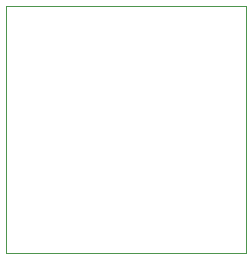
<source format=gm1>
G04 #@! TF.GenerationSoftware,KiCad,Pcbnew,(5.1.10)-1*
G04 #@! TF.CreationDate,2021-11-17T17:41:03-06:00*
G04 #@! TF.ProjectId,RJ45 Clearpath BOB,524a3435-2043-46c6-9561-727061746820,rev?*
G04 #@! TF.SameCoordinates,Original*
G04 #@! TF.FileFunction,Profile,NP*
%FSLAX46Y46*%
G04 Gerber Fmt 4.6, Leading zero omitted, Abs format (unit mm)*
G04 Created by KiCad (PCBNEW (5.1.10)-1) date 2021-11-17 17:41:03*
%MOMM*%
%LPD*%
G01*
G04 APERTURE LIST*
G04 #@! TA.AperFunction,Profile*
%ADD10C,0.050000*%
G04 #@! TD*
G04 APERTURE END LIST*
D10*
X215900000Y-94615000D02*
X215900000Y-115570000D01*
X236220000Y-94615000D02*
X215900000Y-94615000D01*
X236220000Y-115570000D02*
X236220000Y-94615000D01*
X215900000Y-115570000D02*
X236220000Y-115570000D01*
M02*

</source>
